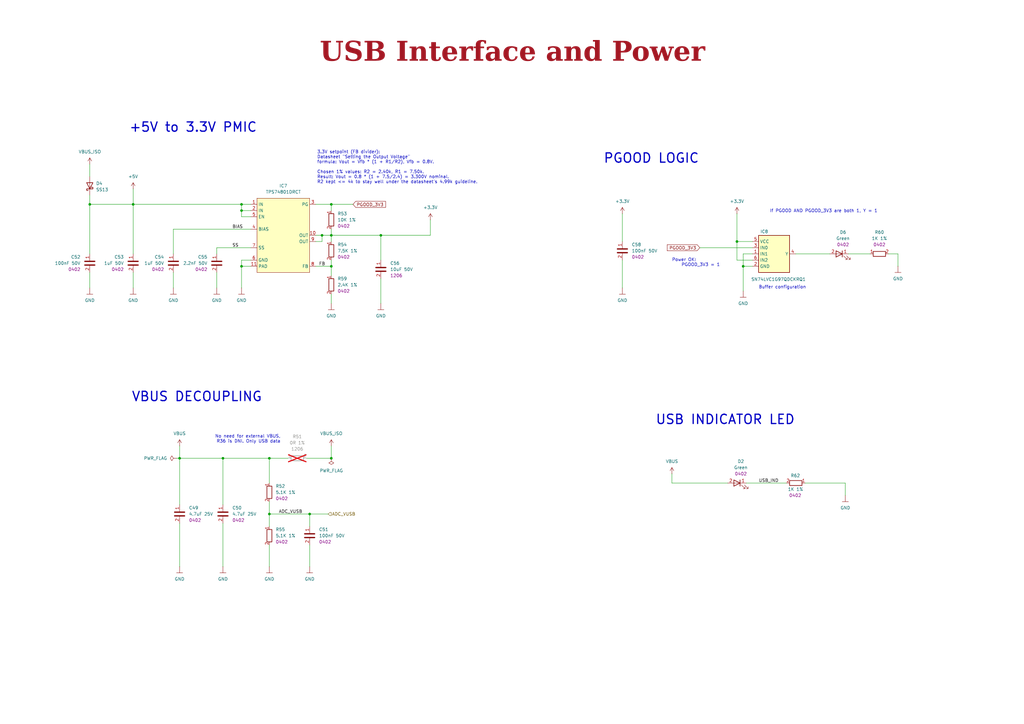
<source format=kicad_sch>
(kicad_sch (version 20250114) (generator "eeschema") (generator_version "9.0")
  (paper "A3")
  (title_block (title "USB Interface and Power") (date "2026-02-05") (rev "1.0.0") (company "DvidMakesThings"))
  (lib_symbols
    (symbol "DS_Capacitor_0402:100nF 50V 0402"
      (property "Reference" "C" (at 3.81 2.032 0))
      (property "Value" "100nF 50V" (at 3.81 0 0))
      (property "FOOTPRINT_SHORT" "0402" (at 3.81 -2.032 0))
      (symbol "100nF 50V 0402_0_1"
        (polyline (pts (xy -2.032 0.762) (xy 2.032 0.762)) (stroke (width 0.508)))
        (polyline (pts (xy -2.032 -0.762) (xy 2.032 -0.762)) (stroke (width 0.508)))
      )
      (symbol "100nF 50V 0402_1_1"
        (pin passive line (at 0 3.81 270) (length 2.794) (name "~") (number "1"))
        (pin passive line (at 0 -3.81 90) (length 2.794) (name "~") (number "2"))
      )
    )
    (symbol "DS_Capacitor_0402:1uF 50V 0402"
      (property "Reference" "C" (at 3.81 2.032 0))
      (property "Value" "1uF 50V" (at 3.81 0 0))
      (property "FOOTPRINT_SHORT" "0402" (at 3.81 -2.032 0))
      (symbol "1uF 50V 0402_0_1"
        (polyline (pts (xy -2.032 0.762) (xy 2.032 0.762)) (stroke (width 0.508)))
        (polyline (pts (xy -2.032 -0.762) (xy 2.032 -0.762)) (stroke (width 0.508)))
      )
      (symbol "1uF 50V 0402_1_1"
        (pin passive line (at 0 3.81 270) (length 2.794) (name "~") (number "1"))
        (pin passive line (at 0 -3.81 90) (length 2.794) (name "~") (number "2"))
      )
    )
    (symbol "DS_Capacitor_0402:2.2nF 50V 0402"
      (property "Reference" "C" (at 3.81 2.032 0))
      (property "Value" "2.2nF 50V" (at 3.81 0 0))
      (property "FOOTPRINT_SHORT" "0402" (at 3.81 -2.032 0))
      (symbol "2.2nF 50V 0402_0_1"
        (polyline (pts (xy -2.032 0.762) (xy 2.032 0.762)) (stroke (width 0.508)))
        (polyline (pts (xy -2.032 -0.762) (xy 2.032 -0.762)) (stroke (width 0.508)))
      )
      (symbol "2.2nF 50V 0402_1_1"
        (pin passive line (at 0 3.81 270) (length 2.794) (name "~") (number "1"))
        (pin passive line (at 0 -3.81 90) (length 2.794) (name "~") (number "2"))
      )
    )
    (symbol "DS_Capacitor_0402:4.7uF 25V 0402"
      (property "Reference" "C" (at 3.81 2.032 0))
      (property "Value" "4.7uF 25V" (at 3.81 0 0))
      (property "FOOTPRINT_SHORT" "0402" (at 3.81 -2.032 0))
      (symbol "4.7uF 25V 0402_0_1"
        (polyline (pts (xy -2.032 0.762) (xy 2.032 0.762)) (stroke (width 0.508)))
        (polyline (pts (xy -2.032 -0.762) (xy 2.032 -0.762)) (stroke (width 0.508)))
      )
      (symbol "4.7uF 25V 0402_1_1"
        (pin passive line (at 0 3.81 270) (length 2.794) (name "~") (number "1"))
        (pin passive line (at 0 -3.81 90) (length 2.794) (name "~") (number "2"))
      )
    )
    (symbol "DS_Capacitor_1206:10uF 50V 1206"
      (property "Reference" "C" (at 3.81 2.032 0))
      (property "Value" "10uF 50V" (at 3.81 0 0))
      (property "FOOTPRINT_SHORT" "1206" (at 3.81 -2.032 0))
      (symbol "10uF 50V 1206_0_1"
        (polyline (pts (xy -2.032 0.762) (xy 2.032 0.762)) (stroke (width 0.508)))
        (polyline (pts (xy -2.032 -0.762) (xy 2.032 -0.762)) (stroke (width 0.508)))
      )
      (symbol "10uF 50V 1206_1_1"
        (pin passive line (at 0 3.81 270) (length 2.794) (name "~") (number "1"))
        (pin passive line (at 0 -3.81 90) (length 2.794) (name "~") (number "2"))
      )
    )
    (symbol "DS_Opto:Green_0402"
      (property "Reference" "D" (at -1.27 5.08 0))
      (property "Value" "Green" (at -1.27 2.794 0))
      (property "Size" "0402" (at -1.016 -3.302 0))
      (symbol "Green_0402_0_1"
        (polyline (pts (xy -3.048 -0.762) (xy -4.572 -2.286) (xy -3.81 -2.286) (xy -4.572 -2.286) (xy -4.572 -1.524)))
        (polyline (pts (xy -1.778 -0.762) (xy -3.302 -2.286) (xy -2.54 -2.286) (xy -3.302 -2.286) (xy -3.302 -1.524)))
        (polyline (pts (xy -1.27 0) (xy 1.27 0)))
        (polyline (pts (xy -1.27 -1.27) (xy -1.27 1.27)) (stroke (width 0.254)))
        (polyline (pts (xy 1.27 -1.27) (xy 1.27 1.27) (xy -1.27 0) (xy 1.27 -1.27)) (stroke (width 0.254)))
      )
      (symbol "Green_0402_1_1"
        (pin passive line (at -3.81 0 0) (length 2.54) (name "") (number "1"))
        (pin passive line (at 3.81 0 180) (length 2.54) (name "") (number "2"))
      )
    )
    (symbol "DS_Peripherals:SN74LVC1G97QDCKRQ1"
      (property "Reference" "IC" (at -6.35 9.144 0))
      (property "Value" "SN74LVC1G97QDCKRQ1" (at 1.778 -9.652 0))
      (symbol "SN74LVC1G97QDCKRQ1_0_1"
        (rectangle (start -6.35 7.62) (end 6.35 -7.62) (stroke (width 0.254)) (fill (type background)))
      )
      (symbol "SN74LVC1G97QDCKRQ1_1_1"
        (pin power_in line (at -8.89 5.08 0) (length 2.54) (name "VCC") (number "5"))
        (pin passive line (at -8.89 2.54 0) (length 2.54) (name "IN0") (number "3"))
        (pin passive line (at -8.89 0 0) (length 2.54) (name "IN1") (number "1"))
        (pin passive line (at -8.89 -2.54 0) (length 2.54) (name "IN2") (number "6"))
        (pin power_in line (at -8.89 -5.08 0) (length 2.54) (name "GND") (number "2"))
        (pin passive line (at 8.89 0 180) (length 2.54) (name "Y") (number "4"))
      )
    )
    (symbol "DS_Resistor_0402:10K 1% 0402"
      (property "Reference" "R" (at 2.032 2.032 0))
      (property "Value" "10K 1%" (at 2.032 0 0))
      (property "FOOTPRINT_SHORT" "0402" (at 2.032 -2.032 0))
      (symbol "10K 1% 0402_0_1"
        (rectangle (start -1.016 2.54) (end 1.016 -2.54) (stroke (width 0.254)))
      )
      (symbol "10K 1% 0402_1_1"
        (pin passive line (at 0 3.81 270) (length 1.27) (name "~") (number "1"))
        (pin passive line (at 0 -3.81 90) (length 1.27) (name "~") (number "2"))
      )
    )
    (symbol "DS_Resistor_0402:1K 1% 0402"
      (property "Reference" "R" (at 2.032 2.032 0))
      (property "Value" "1K 1%" (at 2.032 0 0))
      (property "FOOTPRINT_SHORT" "0402" (at 2.032 -2.032 0))
      (symbol "1K 1% 0402_0_1"
        (rectangle (start -1.016 2.54) (end 1.016 -2.54) (stroke (width 0.254)))
      )
      (symbol "1K 1% 0402_1_1"
        (pin passive line (at 0 3.81 270) (length 1.27) (name "~") (number "1"))
        (pin passive line (at 0 -3.81 90) (length 1.27) (name "~") (number "2"))
      )
    )
    (symbol "DS_Resistor_0402:2.4K 1% 0402"
      (property "Reference" "R" (at 2.032 2.032 0))
      (property "Value" "2.4K 1%" (at 2.032 0 0))
      (property "FOOTPRINT_SHORT" "0402" (at 2.032 -2.032 0))
      (symbol "2.4K 1% 0402_0_1"
        (rectangle (start -1.016 2.54) (end 1.016 -2.54) (stroke (width 0.254)))
      )
      (symbol "2.4K 1% 0402_1_1"
        (pin passive line (at 0 3.81 270) (length 1.27) (name "~") (number "1"))
        (pin passive line (at 0 -3.81 90) (length 1.27) (name "~") (number "2"))
      )
    )
    (symbol "DS_Resistor_0402:5.1K 1% 0402"
      (property "Reference" "R" (at 2.032 2.032 0))
      (property "Value" "5.1K 1%" (at 2.032 0 0))
      (property "FOOTPRINT_SHORT" "0402" (at 2.032 -2.032 0))
      (symbol "5.1K 1% 0402_0_1"
        (rectangle (start -1.016 2.54) (end 1.016 -2.54) (stroke (width 0.254)))
      )
      (symbol "5.1K 1% 0402_1_1"
        (pin passive line (at 0 3.81 270) (length 1.27) (name "~") (number "1"))
        (pin passive line (at 0 -3.81 90) (length 1.27) (name "~") (number "2"))
      )
    )
    (symbol "DS_Resistor_0402:7.5K 1% 0402"
      (property "Reference" "R" (at 2.032 2.032 0))
      (property "Value" "7.5K 1%" (at 2.032 0 0))
      (property "FOOTPRINT_SHORT" "0402" (at 2.032 -2.032 0))
      (symbol "7.5K 1% 0402_0_1"
        (rectangle (start -1.016 2.54) (end 1.016 -2.54) (stroke (width 0.254)))
      )
      (symbol "7.5K 1% 0402_1_1"
        (pin passive line (at 0 3.81 270) (length 1.27) (name "~") (number "1"))
        (pin passive line (at 0 -3.81 90) (length 1.27) (name "~") (number "2"))
      )
    )
    (symbol "DS_Resistor_1206:0R 1% 1206"
      (property "Reference" "R" (at 2.032 2.032 0))
      (property "Value" "0R 1%" (at 2.032 0 0))
      (property "FOOTPRINT_SHORT" "1206" (at 2.032 -2.032 0))
      (symbol "0R 1% 1206_0_1"
        (rectangle (start -1.016 2.54) (end 1.016 -2.54) (stroke (width 0.254)))
      )
      (symbol "0R 1% 1206_1_1"
        (pin passive line (at 0 3.81 270) (length 1.27) (name "~") (number "1"))
        (pin passive line (at 0 -3.81 90) (length 1.27) (name "~") (number "2"))
      )
    )
    (symbol "DS_Supply:GND" (power) (pin_numbers (hide yes)) (pin_names (offset 0) (hide yes))
      (property "Value" "GND" (at 0 -3.81 0))
      (symbol "GND_0_1"
        (polyline (pts (xy 0 0) (xy 0 -2.54) (xy 1.27 -2.54) (xy 0 -2.54) (xy -1.27 -2.54) (xy 0 -2.54)))
      )
      (symbol "GND_1_1"
        (pin power_in line (at 0 0 270) (length 0) (name "~") (number "1"))
      )
    )
    (symbol "DS_Vreg:TPS74801DRCT"
      (property "Reference" "IC" (at -7.874 17.018 0))
      (property "Value" "TPS74801DRCT" (at -11.176 -17.526 0))
      (symbol "TPS74801DRCT_0_1"
        (rectangle (start -11.43 15.24) (end 10.16 -15.24) (fill (type background)))
      )
      (symbol "TPS74801DRCT_1_0"
        (pin power_in line (at -13.97 12.7 0) (length 2.54) (name "IN") (number "1"))
        (pin power_in line (at -13.97 10.16 0) (length 2.54) (name "IN") (number "2"))
        (pin input line (at -13.97 7.62 0) (length 2.54) (name "EN") (number "5"))
        (pin input line (at -13.97 2.54 0) (length 2.54) (name "BIAS") (number "4"))
        (pin passive line (at -13.97 -5.08 0) (length 2.54) (name "SS") (number "7"))
        (pin power_in line (at -13.97 -10.16 0) (length 2.54) (name "GND") (number "6"))
        (pin power_in line (at -13.97 -12.7 0) (length 2.54) (name "PAD") (number "11"))
        (pin passive line (at 12.7 12.7 180) (length 2.54) (name "PG") (number "3"))
        (pin power_in line (at 12.7 0 180) (length 2.54) (name "OUT") (number "10"))
        (pin power_in line (at 12.7 -2.54 180) (length 2.54) (name "OUT") (number "9"))
        (pin input line (at 12.7 -12.7 180) (length 2.54) (name "FB") (number "8"))
      )
    )
    (symbol "Diode:SS13" (pin_numbers (hide yes)) (pin_names (offset 1.016) (hide yes))
      (property "Reference" "D" (at 0 2.54 0))
      (property "Value" "SS13" (at 0 -2.54 0))
      (symbol "SS13_0_1"
        (polyline (pts (xy -1.905 0.635) (xy -1.905 1.27) (xy -1.27 1.27) (xy -1.27 -1.27) (xy -0.635 -1.27) (xy -0.635 -0.635)) (stroke (width 0.254)))
        (polyline (pts (xy 1.27 1.27) (xy 1.27 -1.27) (xy -1.27 0) (xy 1.27 1.27)) (stroke (width 0.254)))
        (polyline (pts (xy 1.27 0) (xy -1.27 0)))
      )
      (symbol "SS13_1_1"
        (pin passive line (at -3.81 0 0) (length 2.54) (name "K") (number "1"))
        (pin passive line (at 3.81 0 180) (length 2.54) (name "A") (number "2"))
      )
    )
    (symbol "power:+3.3V" (power) (pin_numbers (hide yes)) (pin_names (offset 0) (hide yes))
      (property "Value" "+3.3V" (at 0 3.556 0))
      (symbol "+3.3V_0_1"
        (polyline (pts (xy -0.762 1.27) (xy 0 2.54)))
        (polyline (pts (xy 0 2.54) (xy 0.762 1.27)))
        (polyline (pts (xy 0 0) (xy 0 2.54)))
      )
      (symbol "+3.3V_1_1"
        (pin power_in line (at 0 0 90) (length 0) (name "~") (number "1"))
      )
    )
    (symbol "power:+5V" (power) (pin_numbers (hide yes)) (pin_names (offset 0) (hide yes))
      (property "Value" "+5V" (at 0 3.556 0))
      (symbol "+5V_0_1"
        (polyline (pts (xy -0.762 1.27) (xy 0 2.54)))
        (polyline (pts (xy 0 2.54) (xy 0.762 1.27)))
        (polyline (pts (xy 0 0) (xy 0 2.54)))
      )
      (symbol "+5V_1_1"
        (pin power_in line (at 0 0 90) (length 0) (name "~") (number "1"))
      )
    )
    (symbol "power:PWR_FLAG" (power) (pin_numbers (hide yes)) (pin_names (offset 0) (hide yes))
      (property "Value" "PWR_FLAG" (at 0 3.81 0))
      (symbol "PWR_FLAG_0_0"
        (pin power_out line (at 0 0 90) (length 0) (name "~") (number "1"))
      )
      (symbol "PWR_FLAG_0_1"
        (polyline (pts (xy 0 0) (xy 0 1.27) (xy -1.016 1.905) (xy 0 2.54) (xy 1.016 1.905) (xy 0 1.27)))
      )
    )
    (symbol "power:VBUS" (power) (pin_numbers (hide yes)) (pin_names (offset 0) (hide yes))
      (property "Value" "VBUS" (at 0 3.556 0))
      (symbol "VBUS_0_1"
        (polyline (pts (xy -0.762 1.27) (xy 0 2.54)))
        (polyline (pts (xy 0 2.54) (xy 0.762 1.27)))
        (polyline (pts (xy 0 0) (xy 0 2.54)))
      )
      (symbol "VBUS_1_1"
        (pin power_in line (at 0 0 90) (length 0) (name "~") (number "1"))
      )
    )
  )
  (text "No need for external VBUS,\nR36 is DNI. Only USB data" (at 115.062 180.086 0) (effects (font (size 1.27 1.27)) (justify right)))
  (text "+5V to 3.3V PMIC" (at 52.832 52.324 0) (effects (font (size 3.81 3.81) (thickness 0.508) (bold yes)) (justify left)))
  (text "3.3V setpoint (FB divider): \nDatasheet \"Setting the Output Voltage\" \nformula: Vout = Vfb * (1 + R1/R2), Vfb = 0.8V. \n\nChosen 1% values: R2 = 2.40k, R1 = 7.50k. \nResult: Vout = 0.8 * (1 + 7.5/2.4) = 3.300V nominal. \nR2 kept <= 4k to stay well under the datasheet's 4.99k guideline." (at 130.048 68.58 0) (effects (font (size 1.27 1.27)) (justify left)))
  (text "VBUS DECOUPLING" (at 53.848 162.814 0) (effects (font (size 3.81 3.81) (thickness 0.508) (bold yes)) (justify left)))
  (text "If PGOOD AND PGOOD_3V3 are both 1, Y = 1" (at 315.722 86.614 0) (effects (font (size 1.27 1.27)) (justify left)))
  (text "USB INDICATOR LED" (at 268.732 172.212 0) (effects (font (size 3.81 3.81) (thickness 0.508) (bold yes)) (justify left)))
  (text "Power OK: \n    PGOOD_3V3 = 1" (at 275.59 107.696 0) (effects (font (size 1.27 1.27)) (justify left)))
  (text "Buffer configuration" (at 311.15 117.856 0) (effects (font (size 1.27 1.27)) (justify left)))
  (text "PGOOD LOGIC" (at 247.396 65.024 0) (effects (font (size 3.81 3.81) (thickness 0.508) (bold yes)) (justify left)))
  (text_box "USB Interface and Power" (at 12.7 15.24 0) (size 394.97 12.7) (margins 5.9999 5.9999 5.9999 5.9999) (stroke (width -0.0001)) (effects (font (size 8 8) (thickness 1.2) (bold yes))))
  (junction (at 127 210.82))
  (junction (at 99.06 109.22))
  (junction (at 110.49 210.82))
  (junction (at 110.49 187.96))
  (junction (at 304.8 109.22))
  (junction (at 54.61 83.82))
  (junction (at 132.08 96.52))
  (junction (at 135.89 96.52))
  (junction (at 73.66 187.96))
  (junction (at 36.83 83.82))
  (junction (at 135.89 187.96))
  (junction (at 135.89 109.22))
  (junction (at 156.21 96.52))
  (junction (at 302.26 99.06))
  (junction (at 91.44 187.96))
  (junction (at 135.89 83.82))
  (junction (at 99.06 86.36))
  (junction (at 99.06 83.82))
  (wire (pts (xy 156.21 114.3) (xy 156.21 124.46)))
  (wire (pts (xy 275.59 198.12) (xy 275.59 194.31)))
  (wire (pts (xy 135.89 83.82) (xy 144.78 83.82)))
  (wire (pts (xy 127 232.41) (xy 127 223.52)))
  (wire (pts (xy 129.54 109.22) (xy 135.89 109.22)))
  (wire (pts (xy 72.39 187.96) (xy 73.66 187.96)))
  (wire (pts (xy 368.3 104.14) (xy 368.3 109.22)))
  (wire (pts (xy 298.45 198.12) (xy 275.59 198.12)))
  (wire (pts (xy 302.26 87.63) (xy 302.26 99.06)))
  (wire (pts (xy 36.83 118.11) (xy 36.83 111.76)))
  (wire (pts (xy 36.83 83.82) (xy 36.83 104.14)))
  (wire (pts (xy 125.73 187.96) (xy 135.89 187.96)))
  (wire (pts (xy 54.61 83.82) (xy 54.61 104.14)))
  (wire (pts (xy 54.61 83.82) (xy 99.06 83.82)))
  (wire (pts (xy 88.9 111.76) (xy 88.9 118.11)))
  (wire (pts (xy 54.61 77.47) (xy 54.61 83.82)))
  (wire (pts (xy 129.54 96.52) (xy 132.08 96.52)))
  (wire (pts (xy 73.66 232.41) (xy 73.66 214.63)))
  (wire (pts (xy 129.54 99.06) (xy 132.08 99.06)))
  (wire (pts (xy 306.07 198.12) (xy 322.58 198.12)))
  (wire (pts (xy 110.49 232.41) (xy 110.49 223.52)))
  (wire (pts (xy 91.44 187.96) (xy 73.66 187.96)))
  (wire (pts (xy 156.21 96.52) (xy 176.53 96.52)))
  (wire (pts (xy 127 210.82) (xy 127 215.9)))
  (wire (pts (xy 326.39 104.14) (xy 340.36 104.14)))
  (wire (pts (xy 135.89 93.98) (xy 135.89 96.52)))
  (wire (pts (xy 36.83 67.31) (xy 36.83 72.39)))
  (wire (pts (xy 132.08 96.52) (xy 135.89 96.52)))
  (wire (pts (xy 135.89 83.82) (xy 135.89 86.36)))
  (wire (pts (xy 73.66 182.88) (xy 73.66 187.96)))
  (wire (pts (xy 302.26 106.68) (xy 302.26 99.06)))
  (wire (pts (xy 36.83 80.01) (xy 36.83 83.82)))
  (wire (pts (xy 99.06 106.68) (xy 99.06 109.22)))
  (wire (pts (xy 110.49 187.96) (xy 110.49 198.12)))
  (wire (pts (xy 110.49 210.82) (xy 110.49 205.74)))
  (wire (pts (xy 88.9 101.6) (xy 88.9 104.14)))
  (wire (pts (xy 135.89 120.65) (xy 135.89 124.46)))
  (wire (pts (xy 304.8 109.22) (xy 304.8 119.38)))
  (wire (pts (xy 110.49 210.82) (xy 127 210.82)))
  (wire (pts (xy 99.06 83.82) (xy 102.87 83.82)))
  (wire (pts (xy 99.06 109.22) (xy 99.06 118.11)))
  (wire (pts (xy 91.44 232.41) (xy 91.44 214.63)))
  (wire (pts (xy 132.08 96.52) (xy 132.08 99.06)))
  (wire (pts (xy 304.8 104.14) (xy 308.61 104.14)))
  (wire (pts (xy 255.27 118.11) (xy 255.27 106.68)))
  (wire (pts (xy 287.02 101.6) (xy 308.61 101.6)))
  (wire (pts (xy 99.06 83.82) (xy 99.06 86.36)))
  (wire (pts (xy 127 210.82) (xy 134.62 210.82)))
  (wire (pts (xy 135.89 109.22) (xy 135.89 113.03)))
  (wire (pts (xy 88.9 101.6) (xy 102.87 101.6)))
  (wire (pts (xy 346.71 198.12) (xy 346.71 203.2)))
  (wire (pts (xy 110.49 215.9) (xy 110.49 210.82)))
  (wire (pts (xy 71.12 93.98) (xy 102.87 93.98)))
  (wire (pts (xy 99.06 106.68) (xy 102.87 106.68)))
  (wire (pts (xy 110.49 187.96) (xy 118.11 187.96)))
  (wire (pts (xy 364.49 104.14) (xy 368.3 104.14)))
  (wire (pts (xy 99.06 109.22) (xy 102.87 109.22)))
  (wire (pts (xy 135.89 182.88) (xy 135.89 187.96)))
  (wire (pts (xy 304.8 104.14) (xy 304.8 109.22)))
  (wire (pts (xy 308.61 109.22) (xy 304.8 109.22)))
  (wire (pts (xy 71.12 93.98) (xy 71.12 104.14)))
  (wire (pts (xy 73.66 207.01) (xy 73.66 187.96)))
  (wire (pts (xy 176.53 90.17) (xy 176.53 96.52)))
  (wire (pts (xy 135.89 96.52) (xy 135.89 99.06)))
  (wire (pts (xy 91.44 207.01) (xy 91.44 187.96)))
  (wire (pts (xy 308.61 106.68) (xy 302.26 106.68)))
  (wire (pts (xy 99.06 86.36) (xy 102.87 86.36)))
  (wire (pts (xy 99.06 88.9) (xy 102.87 88.9)))
  (wire (pts (xy 255.27 87.63) (xy 255.27 99.06)))
  (wire (pts (xy 71.12 118.11) (xy 71.12 111.76)))
  (wire (pts (xy 54.61 118.11) (xy 54.61 111.76)))
  (wire (pts (xy 356.87 104.14) (xy 347.98 104.14)))
  (wire (pts (xy 135.89 96.52) (xy 156.21 96.52)))
  (wire (pts (xy 129.54 83.82) (xy 135.89 83.82)))
  (wire (pts (xy 302.26 99.06) (xy 308.61 99.06)))
  (wire (pts (xy 135.89 106.68) (xy 135.89 109.22)))
  (wire (pts (xy 99.06 86.36) (xy 99.06 88.9)))
  (wire (pts (xy 330.2 198.12) (xy 346.71 198.12)))
  (wire (pts (xy 156.21 96.52) (xy 156.21 106.68)))
  (wire (pts (xy 36.83 83.82) (xy 54.61 83.82)))
  (wire (pts (xy 91.44 187.96) (xy 110.49 187.96)))
  (label "USB_IND" (at 311.15 198.12 0))
  (label "BIAS" (at 95.25 93.98 0))
  (label "ADC_VUSB" (at 114.3 210.82 0))
  (label "FB" (at 130.81 109.22 0))
  (label "SS" (at 95.25 101.6 0))
  (global_label "PGOOD_3V3" (shape input) (at 144.78 83.82 0) (property "Intersheetrefs" "${INTERSHEET_REFS}" (effects (hide yes))))
  (global_label "PGOOD_3V3" (shape input) (at 287.02 101.6 180) (property "Intersheetrefs" "${INTERSHEET_REFS}" (effects (hide yes))))
  (hierarchical_label "ADC_VUSB" (shape input) (at 134.62 210.82 0))
  (symbol (lib_id "power:VBUS") (at 275.59 194.31 0) (unit 1)
    (property "Reference" "#PWR0112" (effects (hide yes)))
    (property "Value" "VBUS" (at 275.59 189.23 0))
    (property "Description" "Power symbol creates a global label with name \"VBUS\"" (effects (hide yes)))
  )
  (symbol (lib_id "power:PWR_FLAG") (at 135.89 187.96 180) (unit 1)
    (property "Reference" "#FLG05" (effects (hide yes)))
    (property "Value" "PWR_FLAG" (at 135.89 193.04 0))
    (property "Description" "Special symbol for telling ERC where power comes from" (effects (hide yes)))
  )
  (symbol (lib_id "DS_Capacitor_1206:10uF 50V 1206") (at 156.21 110.49 0) (unit 1)
    (property "Reference" "C56" (at 160.02 107.9499 0) (effects (justify left)))
    (property "Value" "10uF 50V" (at 160.02 110.4899 0) (effects (justify left)))
    (property "Footprint" "Capacitor_SMD:C_1206_3216Metric" (effects (hide yes)))
    (property "Datasheet" "https://jlcpcb.com/api/file/downloadByFileSystemAccessId/8579707359440130048" (effects (hide yes)))
    (property "Description" "50V 10uF X5R ±10% 1206 Multilayer Ceramic Capacitors MLCC - SMD/SMT ROHS" (effects (hide yes)))
    (property "FOOTPRINT_SHORT" "1206" (at 160.02 113.0299 0) (effects (justify left)))
    (property "ROHS" "YES" (effects (hide yes)))
    (property "LCSC_PART" "C13585" (effects (hide yes)))
    (property "MFR" "Samsung Electro-Mechanics" (effects (hide yes)))
    (property "MPN" "CL31A106KBHNNNE" (effects (hide yes)))
  )
  (symbol (lib_id "DS_Resistor_0402:7.5K 1% 0402") (at 135.89 102.87 0) (unit 1)
    (property "Reference" "R54" (at 138.43 100.3299 0) (effects (justify left)))
    (property "Value" "7.5K 1%" (at 138.43 102.8699 0) (effects (justify left)))
    (property "Footprint" "Resistor_SMD:R_0402_1005Metric" (effects (hide yes)))
    (property "Description" "62.5mW Thick Film Resistors 50V ±100ppm/℃ ±1% 7.5kΩ 0402 Chip Resistor - Surface Mount ROHS" (effects (hide yes)))
    (property "LCSC_PART" "C25918" (effects (hide yes)))
    (property "ROHS" "YES" (effects (hide yes)))
    (property "FOOTPRINT_SHORT" "0402" (at 138.43 105.4099 0) (effects (justify left)))
    (property "MFR" "Uniohm" (effects (hide yes)))
  )
  (symbol (lib_id "DS_Supply:GND") (at 135.89 124.46 0) (unit 1)
    (property "Reference" "#PWR098" (effects (hide yes)))
    (property "Value" "GND" (at 135.89 129.54 0))
    (property "Description" "Power symbol creates a global label with name \"GND\" , ground" (effects (hide yes)))
  )
  (symbol (lib_id "Diode:SS13") (at 36.83 76.2 90) (unit 1)
    (property "Reference" "D4" (at 39.37 75.2474 90) (effects (justify right)))
    (property "Value" "SS13" (at 39.37 77.7874 90) (effects (justify right)))
    (property "Footprint" "Diode_SMD:D_SMA" (effects (hide yes)))
    (property "Datasheet" "https://www.vishay.com/docs/88746/ss12.pdf" (effects (hide yes)))
    (property "Description" "30V 1A Schottky Diode, SMA" (effects (hide yes)))
  )
  (symbol (lib_id "DS_Capacitor_0402:1uF 50V 0402") (at 71.12 107.95 0) (mirror y) (unit 1)
    (property "Reference" "C54" (at 67.31 105.4099 0) (effects (justify left)))
    (property "Value" "1uF 50V" (at 67.31 107.9499 0) (effects (justify left)))
    (property "Footprint" "Capacitor_SMD:C_0402_1005Metric" (effects (hide yes)))
    (property "Description" "50V 1uF X5R ±10% 0402 Multilayer Ceramic Capacitors MLCC - SMD/SMT ROHS" (effects (hide yes)))
    (property "FOOTPRINT_SHORT" "0402" (at 67.31 110.4899 0) (effects (justify left)))
    (property "ROHS" "YES" (effects (hide yes)))
    (property "LCSC_PART" "C1518208" (effects (hide yes)))
  )
  (symbol (lib_id "DS_Opto:Green_0402") (at 302.26 198.12 0) (mirror y) (unit 1)
    (property "Reference" "D2" (at 303.8475 189.23 0))
    (property "Value" "Green" (at 303.8475 191.77 0))
    (property "Footprint" "LED_SMD:LED_0402_1005Metric" (effects (hide yes)))
    (property "Datasheet" "https://jlcpcb.com/api/file/downloadByFileSystemAccessId/8588919245081731072" (effects (hide yes)))
    (property "Description" "-40℃~+85℃ 120° 249mcd 25mA 3V 516nm~531nm 531nm 80mW Emerald Green Top-mount Water Clear 0402 LED Indication - Discrete ROHS" (effects (hide yes)))
    (property "MPN" "XL-1005UGC" (effects (hide yes)))
    (property "MFR" "XINGLIGHT" (effects (hide yes)))
    (property "LCSC_PART" "C965793" (effects (hide yes)))
    (property "ROHS" "YES" (effects (hide yes)))
    (property "Size" "0402" (at 303.8475 194.31 0))
  )
  (symbol (lib_id "DS_Supply:GND") (at 255.27 118.11 0) (unit 1)
    (property "Reference" "#PWR0105" (effects (hide yes)))
    (property "Value" "GND" (at 255.27 123.19 0))
    (property "Description" "Power symbol creates a global label with name \"GND\" , ground" (effects (hide yes)))
  )
  (symbol (lib_id "DS_Opto:Green_0402") (at 344.17 104.14 0) (mirror y) (unit 1)
    (property "Reference" "D6" (at 345.7575 95.25 0))
    (property "Value" "Green" (at 345.7575 97.79 0))
    (property "Footprint" "LED_SMD:LED_0402_1005Metric" (effects (hide yes)))
    (property "Datasheet" "https://jlcpcb.com/api/file/downloadByFileSystemAccessId/8588919245081731072" (effects (hide yes)))
    (property "Description" "-40℃~+85℃ 120° 249mcd 25mA 3V 516nm~531nm 531nm 80mW Emerald Green Top-mount Water Clear 0402 LED Indication - Discrete ROHS" (effects (hide yes)))
    (property "MPN" "XL-1005UGC" (effects (hide yes)))
    (property "MFR" "XINGLIGHT" (effects (hide yes)))
    (property "LCSC_PART" "C965793" (effects (hide yes)))
    (property "ROHS" "YES" (effects (hide yes)))
    (property "Size" "0402" (at 345.7575 100.33 0))
  )
  (symbol (lib_id "DS_Supply:GND") (at 99.06 118.11 0) (unit 1)
    (property "Reference" "#PWR090" (effects (hide yes)))
    (property "Value" "GND" (at 99.06 123.19 0))
    (property "Description" "Power symbol creates a global label with name \"GND\" , ground" (effects (hide yes)))
  )
  (symbol (lib_id "DS_Resistor_0402:5.1K 1% 0402") (at 110.49 201.93 0) (unit 1)
    (property "Reference" "R52" (at 113.03 199.3899 0) (effects (justify left)))
    (property "Value" "5.1K 1%" (at 113.03 201.9299 0) (effects (justify left)))
    (property "Footprint" "Resistor_SMD:R_0402_1005Metric" (effects (hide yes)))
    (property "Description" "62.5mW Thick Film Resistors 50V ±100ppm/℃ ±1% 5.1kΩ 0402 Chip Resistor - Surface Mount ROHS" (effects (hide yes)))
    (property "LCSC_PART" "C25905" (effects (hide yes)))
    (property "ROHS" "YES" (effects (hide yes)))
    (property "FOOTPRINT_SHORT" "0402" (at 113.03 204.4699 0) (effects (justify left)))
  )
  (symbol (lib_id "power:+3.3V") (at 176.53 90.17 0) (unit 1)
    (property "Reference" "#PWR085" (effects (hide yes)))
    (property "Value" "+3.3V" (at 176.53 85.09 0))
    (property "Description" "Power symbol creates a global label with name \"+3.3V\"" (effects (hide yes)))
  )
  (symbol (lib_id "DS_Peripherals:SN74LVC1G97QDCKRQ1") (at 317.5 104.14 0) (unit 1)
    (property "Reference" "IC8" (at 313.436 94.996 0))
    (property "Value" "SN74LVC1G97QDCKRQ1" (at 319.278 114.554 0))
    (property "Footprint" "DS_Peripherals:SOT-363_SC-70-6" (effects (hide yes)))
    (property "Datasheet" "https://www.ti.com/general/docs/suppproductinfo.tsp?distId=10&gotoUrl=https%3A%2F%2Fwww.ti.com%2Flit%2Fgpn%2Fsn74lvc1g97-q1" (effects (hide yes)))
    (property "Description" "Configurable Multiple Function Configurable 1 Circuit 3 Input SC-70-6" (effects (hide yes)))
    (property "MPN" "SN74LVC1G97QDCKRQ1" (effects (hide yes)))
    (property "MFR" "Texas Instruments" (effects (hide yes)))
    (property "LCSC_PART" "C179911" (effects (hide yes)))
    (property "DIST1" "https://www.digikey.de/en/products/detail/texas-instruments/sn74lvc1g97qdckrq1/716453" (effects (hide yes)))
    (property "ROHS" "YES" (effects (hide yes)))
  )
  (symbol (lib_id "DS_Supply:GND") (at 91.44 232.41 0) (unit 1)
    (property "Reference" "#PWR095" (effects (hide yes)))
    (property "Value" "GND" (at 91.44 237.49 0))
    (property "Description" "Power symbol creates a global label with name \"GND\" , ground" (effects (hide yes)))
  )
  (symbol (lib_id "DS_Supply:GND") (at 88.9 118.11 0) (unit 1)
    (property "Reference" "#PWR089" (effects (hide yes)))
    (property "Value" "GND" (at 88.9 123.19 0))
    (property "Description" "Power symbol creates a global label with name \"GND\" , ground" (effects (hide yes)))
  )
  (symbol (lib_id "DS_Capacitor_0402:100nF 50V 0402") (at 127 219.71 0) (unit 1)
    (property "Reference" "C51" (at 130.81 217.1699 0) (effects (justify left)))
    (property "Value" "100nF 50V" (at 130.81 219.7099 0) (effects (justify left)))
    (property "Footprint" "Capacitor_SMD:C_0402_1005Metric" (effects (hide yes)))
    (property "Description" "50V 100nF X7R ±10% 0402 Multilayer Ceramic Capacitors MLCC - SMD/SMT ROHS" (effects (hide yes)))
    (property "FOOTPRINT_SHORT" "0402" (at 130.81 222.2499 0) (effects (justify left)))
    (property "ROHS" "YES" (effects (hide yes)))
    (property "LCSC_PART" "C307331" (effects (hide yes)))
  )
  (symbol (lib_id "DS_Resistor_0402:5.1K 1% 0402") (at 110.49 219.71 0) (unit 1)
    (property "Reference" "R55" (at 113.03 217.1699 0) (effects (justify left)))
    (property "Value" "5.1K 1%" (at 113.03 219.7099 0) (effects (justify left)))
    (property "Footprint" "Resistor_SMD:R_0402_1005Metric" (effects (hide yes)))
    (property "Description" "62.5mW Thick Film Resistors 50V ±100ppm/℃ ±1% 5.1kΩ 0402 Chip Resistor - Surface Mount ROHS" (effects (hide yes)))
    (property "LCSC_PART" "C25905" (effects (hide yes)))
    (property "ROHS" "YES" (effects (hide yes)))
    (property "FOOTPRINT_SHORT" "0402" (at 113.03 222.2499 0) (effects (justify left)))
  )
  (symbol (lib_id "DS_Supply:GND") (at 156.21 124.46 0) (unit 1)
    (property "Reference" "#PWR099" (effects (hide yes)))
    (property "Value" "GND" (at 156.21 129.54 0))
    (property "Description" "Power symbol creates a global label with name \"GND\" , ground" (effects (hide yes)))
  )
  (symbol (lib_id "DS_Capacitor_0402:100nF 50V 0402") (at 255.27 102.87 0) (unit 1)
    (property "Reference" "C58" (at 259.08 100.3299 0) (effects (justify left)))
    (property "Value" "100nF 50V" (at 259.08 102.8699 0) (effects (justify left)))
    (property "Footprint" "Capacitor_SMD:C_0402_1005Metric" (effects (hide yes)))
    (property "Description" "50V 100nF X7R ±10% 0402 Multilayer Ceramic Capacitors MLCC - SMD/SMT ROHS" (effects (hide yes)))
    (property "FOOTPRINT_SHORT" "0402" (at 259.08 105.4099 0) (effects (justify left)))
    (property "ROHS" "YES" (effects (hide yes)))
    (property "LCSC_PART" "C307331" (effects (hide yes)))
  )
  (symbol (lib_id "DS_Resistor_1206:0R 1% 1206") (at 121.92 187.96 90) (unit 1) (in_bom no) (dnp yes)
    (property "Reference" "R51" (at 121.92 179.07 90))
    (property "Value" "0R 1%" (at 121.92 181.61 90))
    (property "Footprint" "Resistor_SMD:R_1206_3216Metric" (effects (hide yes)))
    (property "Description" "250mW Thick Film Resistors ±100ppm/℃ ±1% 30.9kΩ 1206 Chip Resistor - Surface Mount ROHS" (effects (hide yes)))
    (property "LCSC_PART" "C205296" (effects (hide yes)))
    (property "ROHS" "YES" (effects (hide yes)))
    (property "FOOTPRINT_SHORT" "1206" (at 121.92 184.15 90))
    (property "MFR" "RALEC" (effects (hide yes)))
  )
  (symbol (lib_id "DS_Supply:GND") (at 71.12 118.11 0) (unit 1)
    (property "Reference" "#PWR088" (effects (hide yes)))
    (property "Value" "GND" (at 71.12 123.19 0))
    (property "Description" "Power symbol creates a global label with name \"GND\" , ground" (effects (hide yes)))
  )
  (symbol (lib_id "power:+3.3V") (at 302.26 87.63 0) (unit 1)
    (property "Reference" "#PWR0102" (effects (hide yes)))
    (property "Value" "+3.3V" (at 302.26 82.55 0))
    (property "Description" "Power symbol creates a global label with name \"+3.3V\"" (effects (hide yes)))
  )
  (symbol (lib_id "DS_Capacitor_0402:4.7uF 25V 0402") (at 91.44 210.82 0) (unit 1)
    (property "Reference" "C50" (at 95.25 208.2799 0) (effects (justify left)))
    (property "Value" "4.7uF 25V" (at 95.25 210.8199 0) (effects (justify left)))
    (property "Footprint" "Capacitor_SMD:C_0402_1005Metric" (effects (hide yes)))
    (property "Description" "25V 4.7uF X5R ±20% 0402 Multilayer Ceramic Capacitors MLCC - SMD/SMT ROHS" (effects (hide yes)))
    (property "FOOTPRINT_SHORT" "0402" (at 95.25 213.3599 0) (effects (justify left)))
    (property "ROHS" "YES" (effects (hide yes)))
    (property "LCSC_PART" "C22367824" (effects (hide yes)))
    (property "MFR" "Murata" (effects (hide yes)))
  )
  (symbol (lib_id "DS_Vreg:TPS74801DRCT") (at 116.84 96.52 0) (unit 1)
    (property "Reference" "IC7" (at 116.205 76.2 0))
    (property "Value" "TPS74801DRCT" (at 116.205 78.74 0))
    (property "Footprint" "DS_Vreg:VSON-10-1EP_3x3mm_P0.5mm_EP1.65x2.4mm_ThermalVias" (effects (hide yes)))
    (property "Datasheet" "https://www.ti.com/lit/ds/symlink/tps74801.pdf?HQS=dis-dk-null-digikeymode-dsf-pf-null-wwe&ts=1770203100490&ref_url=https%253A%252F%252Fwww.ti.com%252Fgeneral%252Fdocs%252Fsuppproductinfo.tsp%253FdistId%253D10%2526gotoUrl%253Dhttps%253A%252F%252Fwww.ti.com%252Flit%252Fgpn%252Ftps74801" (effects (hide yes)))
    (property "Description" "Linear Voltage Regulator IC Positive Adjustable 1 Output 1.5A 10-VSON (3x3)" (effects (hide yes)))
    (property "ROHS" "YES" (effects (hide yes)))
    (property "MPN" "TPS74801DRCT" (effects (hide yes)))
    (property "MFR" "Texas Instruments" (effects (hide yes)))
    (property "LCSC_PART" "C882845" (effects (hide yes)))
    (property "DIST1" "https://www.digikey.at/en/products/detail/texas-instruments/tps74801drct/1908307" (effects (hide yes)))
  )
  (symbol (lib_id "DS_Resistor_0402:10K 1% 0402") (at 135.89 90.17 0) (unit 1)
    (property "Reference" "R53" (at 138.43 87.6299 0) (effects (justify left)))
    (property "Value" "10K 1%" (at 138.43 90.1699 0) (effects (justify left)))
    (property "Footprint" "Resistor_SMD:R_0402_1005Metric" (effects (hide yes)))
    (property "Description" "62.5mW Thick Film Resistors 50V ±100ppm/℃ ±1% 10kΩ 0402 Chip Resistor - Surface Mount ROHS" (effects (hide yes)))
    (property "LCSC_PART" "C25744" (effects (hide yes)))
    (property "ROHS" "YES" (effects (hide yes)))
    (property "FOOTPRINT_SHORT" "0402" (at 138.43 92.7099 0) (effects (justify left)))
    (property "MFR" "ROHM" (effects (hide yes)))
  )
  (symbol (lib_id "power:+5V") (at 54.61 77.47 0) (unit 1)
    (property "Reference" "#PWR084" (effects (hide yes)))
    (property "Value" "+5V" (at 54.61 72.39 0))
    (property "Description" "Power symbol creates a global label with name \"+5V\"" (effects (hide yes)))
  )
  (symbol (lib_id "power:PWR_FLAG") (at 72.39 187.96 90) (unit 1)
    (property "Reference" "#FLG06" (effects (hide yes)))
    (property "Value" "PWR_FLAG" (at 68.58 187.9599 90) (effects (justify left)))
    (property "Description" "Special symbol for telling ERC where power comes from" (effects (hide yes)))
  )
  (symbol (lib_id "DS_Capacitor_0402:100nF 50V 0402") (at 36.83 107.95 0) (mirror y) (unit 1)
    (property "Reference" "C52" (at 33.02 105.4099 0) (effects (justify left)))
    (property "Value" "100nF 50V" (at 33.02 107.9499 0) (effects (justify left)))
    (property "Footprint" "Capacitor_SMD:C_0402_1005Metric" (effects (hide yes)))
    (property "Description" "50V 100nF X7R ±10% 0402 Multilayer Ceramic Capacitors MLCC - SMD/SMT ROHS" (effects (hide yes)))
    (property "FOOTPRINT_SHORT" "0402" (at 33.02 110.4899 0) (effects (justify left)))
    (property "ROHS" "YES" (effects (hide yes)))
    (property "LCSC_PART" "C307331" (effects (hide yes)))
  )
  (symbol (lib_id "DS_Supply:GND") (at 110.49 232.41 0) (unit 1)
    (property "Reference" "#PWR096" (effects (hide yes)))
    (property "Value" "GND" (at 110.49 237.49 0))
    (property "Description" "Power symbol creates a global label with name \"GND\" , ground" (effects (hide yes)))
  )
  (symbol (lib_id "DS_Resistor_0402:1K 1% 0402") (at 326.39 198.12 270) (unit 1)
    (property "Reference" "R62" (at 328.168 195.072 90) (effects (justify right)))
    (property "Value" "1K 1%" (at 329.438 200.66 90) (effects (justify right)))
    (property "Footprint" "Resistor_SMD:R_0402_1005Metric" (effects (hide yes)))
    (property "Description" "62.5mW Thick Film Resistors 50V ±100ppm/℃ ±1% 1kΩ 0402 Chip Resistor - Surface Mount ROHS" (effects (hide yes)))
    (property "LCSC_PART" "C11702" (effects (hide yes)))
    (property "ROHS" "YES" (effects (hide yes)))
    (property "FOOTPRINT_SHORT" "0402" (at 328.676 203.2 90) (effects (justify right)))
    (property "MFR" "FH" (effects (hide yes)))
  )
  (symbol (lib_id "DS_Supply:GND") (at 73.66 232.41 0) (unit 1)
    (property "Reference" "#PWR094" (effects (hide yes)))
    (property "Value" "GND" (at 73.66 237.49 0))
    (property "Description" "Power symbol creates a global label with name \"GND\" , ground" (effects (hide yes)))
  )
  (symbol (lib_id "DS_Supply:GND") (at 127 232.41 0) (unit 1)
    (property "Reference" "#PWR097" (effects (hide yes)))
    (property "Value" "GND" (at 127 237.49 0))
    (property "Description" "Power symbol creates a global label with name \"GND\" , ground" (effects (hide yes)))
  )
  (symbol (lib_id "power:VBUS") (at 135.89 182.88 0) (unit 1)
    (property "Reference" "#PWR083" (effects (hide yes)))
    (property "Value" "VBUS_ISO" (at 135.89 177.8 0))
    (property "Description" "Power symbol creates a global label with name \"VBUS\"" (effects (hide yes)))
  )
  (symbol (lib_id "DS_Supply:GND") (at 304.8 119.38 0) (unit 1)
    (property "Reference" "#PWR0106" (effects (hide yes)))
    (property "Value" "GND" (at 304.8 124.46 0))
    (property "Description" "Power symbol creates a global label with name \"GND\" , ground" (effects (hide yes)))
  )
  (symbol (lib_id "DS_Resistor_0402:2.4K 1% 0402") (at 135.89 116.84 0) (unit 1)
    (property "Reference" "R59" (at 138.43 114.2999 0) (effects (justify left)))
    (property "Value" "2.4K 1%" (at 138.43 116.8399 0) (effects (justify left)))
    (property "Footprint" "Resistor_SMD:R_0402_1005Metric" (effects (hide yes)))
    (property "Description" "62.5mW Thick Film Resistors 50V ±100ppm/℃ ±1% 2.4kΩ 0402 Chip Resistor - Surface Mount ROHS" (effects (hide yes)))
    (property "LCSC_PART" "C25882" (effects (hide yes)))
    (property "ROHS" "YES" (effects (hide yes)))
    (property "FOOTPRINT_SHORT" "0402" (at 138.43 119.3799 0) (effects (justify left)))
    (property "MFR" "LIZ" (effects (hide yes)))
  )
  (symbol (lib_id "DS_Supply:GND") (at 346.71 203.2 0) (unit 1)
    (property "Reference" "#PWR0113" (effects (hide yes)))
    (property "Value" "GND" (at 346.71 208.28 0))
    (property "Description" "Power symbol creates a global label with name \"GND\" , ground" (effects (hide yes)))
  )
  (symbol (lib_id "DS_Supply:GND") (at 36.83 118.11 0) (unit 1)
    (property "Reference" "#PWR086" (effects (hide yes)))
    (property "Value" "GND" (at 36.83 123.19 0))
    (property "Description" "Power symbol creates a global label with name \"GND\" , ground" (effects (hide yes)))
  )
  (symbol (lib_id "DS_Resistor_0402:1K 1% 0402") (at 360.68 104.14 90) (mirror x) (unit 1)
    (property "Reference" "R60" (at 360.68 95.25 90))
    (property "Value" "1K 1%" (at 360.68 97.79 90))
    (property "Footprint" "Resistor_SMD:R_0402_1005Metric" (effects (hide yes)))
    (property "Description" "62.5mW Thick Film Resistors 50V ±100ppm/℃ ±1% 1kΩ 0402 Chip Resistor - Surface Mount ROHS" (effects (hide yes)))
    (property "LCSC_PART" "C11702" (effects (hide yes)))
    (property "ROHS" "YES" (effects (hide yes)))
    (property "FOOTPRINT_SHORT" "0402" (at 360.68 100.33 90))
    (property "MFR" "FH" (effects (hide yes)))
  )
  (symbol (lib_id "DS_Capacitor_0402:2.2nF 50V 0402") (at 88.9 107.95 0) (mirror y) (unit 1)
    (property "Reference" "C55" (at 85.09 105.4099 0) (effects (justify left)))
    (property "Value" "2.2nF 50V" (at 85.09 107.9499 0) (effects (justify left)))
    (property "Footprint" "Capacitor_SMD:C_0402_1005Metric" (effects (hide yes)))
    (property "Datasheet" "https://jlcpcb.com/api/file/downloadByFileSystemAccessId/8588898740437962752" (effects (hide yes)))
    (property "Description" "Chip Capacitor (MLCC) 0402 2.2nF ±10% 50V X7R" (effects (hide yes)))
    (property "FOOTPRINT_SHORT" "0402" (at 85.09 110.4899 0) (effects (justify left)))
    (property "ROHS" "YES" (effects (hide yes)))
    (property "LCSC_PART" "C106861" (effects (hide yes)))
    (property "MFR" "YAGEO" (effects (hide yes)))
    (property "MPN" "CC0402KRX7R9BB222" (effects (hide yes)))
  )
  (symbol (lib_id "power:VBUS") (at 73.66 182.88 0) (unit 1)
    (property "Reference" "#PWR082" (effects (hide yes)))
    (property "Value" "VBUS" (at 73.66 177.8 0))
    (property "Description" "Power symbol creates a global label with name \"VBUS\"" (effects (hide yes)))
  )
  (symbol (lib_id "DS_Supply:GND") (at 368.3 109.22 0) (unit 1)
    (property "Reference" "#PWR0104" (effects (hide yes)))
    (property "Value" "GND" (at 368.3 114.3 0))
    (property "Description" "Power symbol creates a global label with name \"GND\" , ground" (effects (hide yes)))
  )
  (symbol (lib_id "power:+3.3V") (at 255.27 87.63 0) (mirror y) (unit 1)
    (property "Reference" "#PWR0101" (effects (hide yes)))
    (property "Value" "+3.3V" (at 255.27 82.55 0))
    (property "Description" "Power symbol creates a global label with name \"+3.3V\"" (effects (hide yes)))
  )
  (symbol (lib_id "power:VBUS") (at 36.83 67.31 0) (unit 1)
    (property "Reference" "#PWR081" (effects (hide yes)))
    (property "Value" "VBUS_ISO" (at 36.83 62.23 0))
    (property "Description" "Power symbol creates a global label with name \"VBUS\"" (effects (hide yes)))
  )
  (symbol (lib_id "DS_Capacitor_0402:1uF 50V 0402") (at 54.61 107.95 0) (mirror y) (unit 1)
    (property "Reference" "C53" (at 50.8 105.4099 0) (effects (justify left)))
    (property "Value" "1uF 50V" (at 50.8 107.9499 0) (effects (justify left)))
    (property "Footprint" "Capacitor_SMD:C_0402_1005Metric" (effects (hide yes)))
    (property "Description" "50V 1uF X5R ±10% 0402 Multilayer Ceramic Capacitors MLCC - SMD/SMT ROHS" (effects (hide yes)))
    (property "FOOTPRINT_SHORT" "0402" (at 50.8 110.4899 0) (effects (justify left)))
    (property "ROHS" "YES" (effects (hide yes)))
    (property "LCSC_PART" "C1518208" (effects (hide yes)))
  )
  (symbol (lib_id "DS_Capacitor_0402:4.7uF 25V 0402") (at 73.66 210.82 0) (unit 1)
    (property "Reference" "C49" (at 77.47 208.2799 0) (effects (justify left)))
    (property "Value" "4.7uF 25V" (at 77.47 210.8199 0) (effects (justify left)))
    (property "Footprint" "Capacitor_SMD:C_0402_1005Metric" (effects (hide yes)))
    (property "Description" "25V 4.7uF X5R ±20% 0402 Multilayer Ceramic Capacitors MLCC - SMD/SMT ROHS" (effects (hide yes)))
    (property "FOOTPRINT_SHORT" "0402" (at 77.47 213.3599 0) (effects (justify left)))
    (property "ROHS" "YES" (effects (hide yes)))
    (property "LCSC_PART" "C22367824" (effects (hide yes)))
    (property "MFR" "Murata" (effects (hide yes)))
  )
  (symbol (lib_id "DS_Supply:GND") (at 54.61 118.11 0) (unit 1)
    (property "Reference" "#PWR087" (effects (hide yes)))
    (property "Value" "GND" (at 54.61 123.19 0))
    (property "Description" "Power symbol creates a global label with name \"GND\" , ground" (effects (hide yes)))
  )
)
</source>
